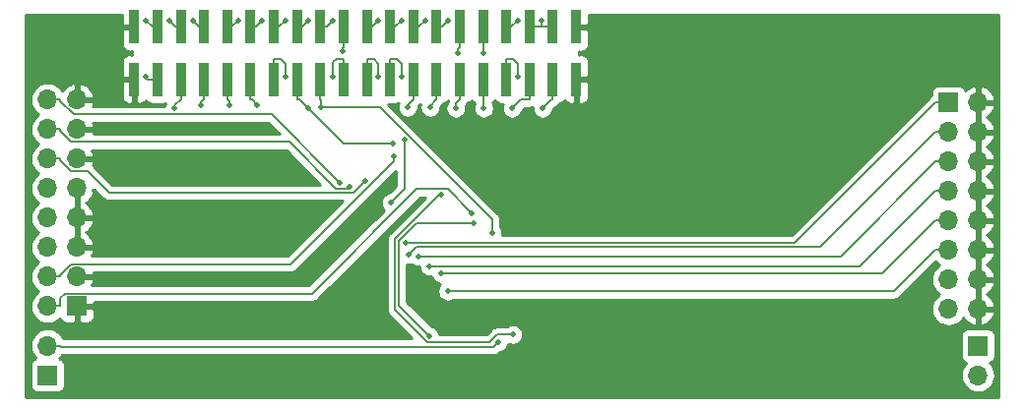
<source format=gbr>
G04 #@! TF.GenerationSoftware,KiCad,Pcbnew,5.1.2-1.fc30*
G04 #@! TF.CreationDate,2019-05-22T10:25:12+05:30*
G04 #@! TF.ProjectId,sx1509,73783135-3039-42e6-9b69-6361645f7063,v0.1*
G04 #@! TF.SameCoordinates,Original*
G04 #@! TF.FileFunction,Copper,L2,Bot*
G04 #@! TF.FilePolarity,Positive*
%FSLAX46Y46*%
G04 Gerber Fmt 4.6, Leading zero omitted, Abs format (unit mm)*
G04 Created by KiCad (PCBNEW 5.1.2-1.fc30) date 2019-05-22 10:25:12*
%MOMM*%
%LPD*%
G04 APERTURE LIST*
%ADD10R,0.890000X3.000000*%
%ADD11R,1.700000X1.700000*%
%ADD12O,1.700000X1.700000*%
%ADD13C,0.500000*%
%ADD14C,0.150000*%
%ADD15C,0.254000*%
G04 APERTURE END LIST*
D10*
X148000000Y-106250000D03*
X146000000Y-106250000D03*
X144000000Y-106250000D03*
X142000000Y-106250000D03*
X140000000Y-106250000D03*
X138000000Y-106250000D03*
X136000000Y-106250000D03*
X134000000Y-106250000D03*
X132000000Y-106250000D03*
X130000000Y-106250000D03*
X128000000Y-106250000D03*
X126000000Y-106250000D03*
X124000000Y-106250000D03*
X122000000Y-106250000D03*
X120000000Y-106250000D03*
X118000000Y-106250000D03*
X116000000Y-106250000D03*
X114000000Y-106250000D03*
X112000000Y-106250000D03*
X148000000Y-101750000D03*
X146000000Y-101750000D03*
X144000000Y-101750000D03*
X142000000Y-101750000D03*
X140000000Y-101750000D03*
X138000000Y-101750000D03*
X136000000Y-101750000D03*
X134000000Y-101750000D03*
X132000000Y-101750000D03*
X130000000Y-101750000D03*
X128000000Y-101750000D03*
X126000000Y-101750000D03*
X124000000Y-101750000D03*
X122000000Y-101750000D03*
X120000000Y-101750000D03*
X118000000Y-101750000D03*
X116000000Y-101750000D03*
X114000000Y-101750000D03*
X112000000Y-101750000D03*
X110000000Y-101750000D03*
X110000000Y-106250000D03*
D11*
X182550000Y-129210000D03*
D12*
X182550000Y-131750000D03*
X102540000Y-129210000D03*
D11*
X102540000Y-131750000D03*
D12*
X102540000Y-108026000D03*
X105080000Y-108026000D03*
X102540000Y-110566000D03*
X105080000Y-110566000D03*
X102540000Y-113106000D03*
X105080000Y-113106000D03*
X102540000Y-115646000D03*
X105080000Y-115646000D03*
X102540000Y-118186000D03*
X105080000Y-118186000D03*
X102540000Y-120726000D03*
X105080000Y-120726000D03*
X102540000Y-123266000D03*
X105080000Y-123266000D03*
X102540000Y-125806000D03*
D11*
X105080000Y-125806000D03*
X180010000Y-108255000D03*
D12*
X182550000Y-108255000D03*
X180010000Y-110795000D03*
X182550000Y-110795000D03*
X180010000Y-113335000D03*
X182550000Y-113335000D03*
X180010000Y-115875000D03*
X182550000Y-115875000D03*
X180010000Y-118415000D03*
X182550000Y-118415000D03*
X180010000Y-120955000D03*
X182550000Y-120955000D03*
X180010000Y-123495000D03*
X182550000Y-123495000D03*
X180010000Y-126035000D03*
X182550000Y-126035000D03*
D13*
X142500300Y-108752000D03*
X145113400Y-108752000D03*
X132230900Y-111788000D03*
X124991100Y-108752000D03*
X126066500Y-108644700D03*
X140757000Y-119484000D03*
X127116200Y-106058600D03*
X130995500Y-106058600D03*
X111000000Y-101186600D03*
X113000000Y-101186600D03*
X145000000Y-101186600D03*
X133000000Y-101186600D03*
X133000000Y-106048500D03*
X115030400Y-101186600D03*
X118909700Y-101186600D03*
X121000000Y-101186600D03*
X123000000Y-101186600D03*
X125000000Y-101186600D03*
X127116200Y-101186600D03*
X127894500Y-103839800D03*
X130995500Y-101186600D03*
X135000000Y-101186600D03*
X137000000Y-101186600D03*
X137799700Y-103965400D03*
X140066000Y-104000000D03*
X143000000Y-101186600D03*
X120591600Y-108485500D03*
X123000000Y-106058600D03*
X133525100Y-108690600D03*
X135429800Y-108690600D03*
X137646900Y-108752000D03*
X140066000Y-108752000D03*
X143000000Y-106058600D03*
X111000000Y-106058600D03*
X113475400Y-108752000D03*
X115723000Y-108485500D03*
X118157300Y-108485500D03*
X127688700Y-115166900D03*
X128519500Y-115533100D03*
X129886500Y-114972500D03*
X132344200Y-112929000D03*
X139042900Y-117784800D03*
X136949000Y-124511000D03*
X136372400Y-122980900D03*
X135405800Y-122376300D03*
X134410100Y-121492600D03*
X133634100Y-121350600D03*
X133319100Y-120379200D03*
X136361000Y-116222700D03*
X142554200Y-128251600D03*
X141289100Y-128901500D03*
X139205900Y-118674900D03*
X135379900Y-128368000D03*
X132087700Y-116860900D03*
X133217500Y-111461400D03*
D14*
X144000000Y-106250000D02*
X144000000Y-107995300D01*
X144000000Y-107995300D02*
X143257000Y-107995300D01*
X143257000Y-107995300D02*
X142500300Y-108752000D01*
X146000000Y-106250000D02*
X146000000Y-107995300D01*
X146000000Y-107995300D02*
X145870100Y-107995300D01*
X145870100Y-107995300D02*
X145113400Y-108752000D01*
X124991100Y-108752000D02*
X128027100Y-111788000D01*
X128027100Y-111788000D02*
X132230900Y-111788000D01*
X124000000Y-107995300D02*
X124234400Y-107995300D01*
X124234400Y-107995300D02*
X124991100Y-108752000D01*
X124000000Y-106250000D02*
X124000000Y-107995300D01*
X140757000Y-119484000D02*
X140757000Y-118291300D01*
X140757000Y-118291300D02*
X131110400Y-108644700D01*
X131110400Y-108644700D02*
X126066500Y-108644700D01*
X126066500Y-108644700D02*
X126066500Y-108061800D01*
X126066500Y-108061800D02*
X126000000Y-107995300D01*
X126000000Y-106250000D02*
X126000000Y-107995300D01*
X128000000Y-106250000D02*
X128000000Y-104504700D01*
X128000000Y-104504700D02*
X127394100Y-104504700D01*
X127394100Y-104504700D02*
X127116300Y-104782500D01*
X127116300Y-104782500D02*
X127116300Y-106058600D01*
X127116300Y-106058600D02*
X127116200Y-106058600D01*
X130000000Y-106250000D02*
X130000000Y-104504700D01*
X130000000Y-104504700D02*
X130603100Y-104504700D01*
X130603100Y-104504700D02*
X130995400Y-104897000D01*
X130995400Y-104897000D02*
X130995400Y-106058600D01*
X130995400Y-106058600D02*
X130995500Y-106058600D01*
X112000000Y-101750000D02*
X111563400Y-101750000D01*
X111563400Y-101750000D02*
X111000000Y-101186600D01*
X114000000Y-101750000D02*
X113563400Y-101750000D01*
X113563400Y-101750000D02*
X113000000Y-101186600D01*
X145000000Y-101750000D02*
X146000000Y-101750000D01*
X144000000Y-101750000D02*
X145000000Y-101750000D01*
X145000000Y-101750000D02*
X145000000Y-101186600D01*
X132000000Y-101750000D02*
X132436600Y-101750000D01*
X132436600Y-101750000D02*
X133000000Y-101186600D01*
X132000000Y-106250000D02*
X132000000Y-104504700D01*
X132000000Y-104504700D02*
X132598900Y-104504700D01*
X132598900Y-104504700D02*
X132999900Y-104905700D01*
X132999900Y-104905700D02*
X132999900Y-106048500D01*
X132999900Y-106048500D02*
X133000000Y-106048500D01*
X116000000Y-101750000D02*
X115593800Y-101750000D01*
X115593800Y-101750000D02*
X115030400Y-101186600D01*
X118000000Y-101750000D02*
X118346300Y-101750000D01*
X118346300Y-101750000D02*
X118909700Y-101186600D01*
X120000000Y-101750000D02*
X120436600Y-101750000D01*
X120436600Y-101750000D02*
X121000000Y-101186600D01*
X122000000Y-101750000D02*
X122436600Y-101750000D01*
X122436600Y-101750000D02*
X123000000Y-101186600D01*
X124000000Y-101750000D02*
X124436600Y-101750000D01*
X124436600Y-101750000D02*
X125000000Y-101186600D01*
X126000000Y-101750000D02*
X126552800Y-101750000D01*
X126552800Y-101750000D02*
X127116200Y-101186600D01*
X128000000Y-101750000D02*
X128000000Y-103495300D01*
X128000000Y-103495300D02*
X127894500Y-103600800D01*
X127894500Y-103600800D02*
X127894500Y-103839800D01*
X130000000Y-101750000D02*
X130432100Y-101750000D01*
X130432100Y-101750000D02*
X130995500Y-101186600D01*
X134000000Y-101750000D02*
X134436600Y-101750000D01*
X134436600Y-101750000D02*
X135000000Y-101186600D01*
X136000000Y-101750000D02*
X136436600Y-101750000D01*
X136436600Y-101750000D02*
X137000000Y-101186600D01*
X138000000Y-101750000D02*
X138000000Y-103495300D01*
X138000000Y-103495300D02*
X137799700Y-103695600D01*
X137799700Y-103695600D02*
X137799700Y-103965400D01*
X140000000Y-101750000D02*
X140000000Y-103495300D01*
X140000000Y-103495300D02*
X140066000Y-103561300D01*
X140066000Y-103561300D02*
X140066000Y-104000000D01*
X142000000Y-101750000D02*
X142436600Y-101750000D01*
X142436600Y-101750000D02*
X143000000Y-101186600D01*
X120000000Y-106250000D02*
X120000000Y-107995300D01*
X120000000Y-107995300D02*
X120101400Y-107995300D01*
X120101400Y-107995300D02*
X120591600Y-108485500D01*
X122000000Y-106250000D02*
X122000000Y-104504700D01*
X122000000Y-104504700D02*
X122606500Y-104504700D01*
X122606500Y-104504700D02*
X122999900Y-104898100D01*
X122999900Y-104898100D02*
X122999900Y-106058600D01*
X122999900Y-106058600D02*
X123000000Y-106058600D01*
X134000000Y-106250000D02*
X134000000Y-107995300D01*
X134000000Y-107995300D02*
X133525100Y-108470200D01*
X133525100Y-108470200D02*
X133525100Y-108690600D01*
X136000000Y-106250000D02*
X136000000Y-107995300D01*
X136000000Y-107995300D02*
X135429800Y-108565500D01*
X135429800Y-108565500D02*
X135429800Y-108690600D01*
X138000000Y-106250000D02*
X138000000Y-107995300D01*
X138000000Y-107995300D02*
X137646900Y-108348400D01*
X137646900Y-108348400D02*
X137646900Y-108752000D01*
X140000000Y-106250000D02*
X140000000Y-107995300D01*
X140000000Y-107995300D02*
X140066000Y-108061300D01*
X140066000Y-108061300D02*
X140066000Y-108752000D01*
X142000000Y-106250000D02*
X142000000Y-104504700D01*
X142000000Y-104504700D02*
X142606500Y-104504700D01*
X142606500Y-104504700D02*
X142999900Y-104898100D01*
X142999900Y-104898100D02*
X142999900Y-106058600D01*
X142999900Y-106058600D02*
X143000000Y-106058600D01*
X112000000Y-106250000D02*
X111191400Y-106250000D01*
X111191400Y-106250000D02*
X111000000Y-106058600D01*
X114000000Y-106250000D02*
X114000000Y-107995300D01*
X114000000Y-107995300D02*
X113475400Y-108519900D01*
X113475400Y-108519900D02*
X113475400Y-108752000D01*
X116000000Y-106250000D02*
X116000000Y-107995300D01*
X116000000Y-107995300D02*
X115723000Y-108272300D01*
X115723000Y-108272300D02*
X115723000Y-108485500D01*
X118000000Y-106250000D02*
X118000000Y-107995300D01*
X118000000Y-107995300D02*
X118157300Y-108152600D01*
X118157300Y-108152600D02*
X118157300Y-108485500D01*
X102540000Y-108026000D02*
X103635300Y-108026000D01*
X103635300Y-108026000D02*
X103635300Y-108162900D01*
X103635300Y-108162900D02*
X104768400Y-109296000D01*
X104768400Y-109296000D02*
X121817800Y-109296000D01*
X121817800Y-109296000D02*
X127688700Y-115166900D01*
X102540000Y-110566000D02*
X103635300Y-110566000D01*
X103635300Y-110566000D02*
X103635300Y-110703000D01*
X103635300Y-110703000D02*
X104593600Y-111661300D01*
X104593600Y-111661300D02*
X123352600Y-111661300D01*
X123352600Y-111661300D02*
X127353600Y-115662300D01*
X127353600Y-115662300D02*
X128390300Y-115662300D01*
X128390300Y-115662300D02*
X128519500Y-115533100D01*
X102540000Y-113106000D02*
X103635300Y-113106000D01*
X103635300Y-113106000D02*
X103635300Y-113243000D01*
X103635300Y-113243000D02*
X104593600Y-114201300D01*
X104593600Y-114201300D02*
X106000700Y-114201300D01*
X106000700Y-114201300D02*
X107832700Y-116033300D01*
X107832700Y-116033300D02*
X128825700Y-116033300D01*
X128825700Y-116033300D02*
X129886500Y-114972500D01*
X102540000Y-123266000D02*
X103635300Y-123266000D01*
X103635300Y-123266000D02*
X103635300Y-123129000D01*
X103635300Y-123129000D02*
X104593600Y-122170700D01*
X104593600Y-122170700D02*
X123472200Y-122170700D01*
X123472200Y-122170700D02*
X132344200Y-113298700D01*
X132344200Y-113298700D02*
X132344200Y-112929000D01*
X139042900Y-117784800D02*
X136971000Y-115712900D01*
X136971000Y-115712900D02*
X134288800Y-115712900D01*
X134288800Y-115712900D02*
X125291000Y-124710700D01*
X125291000Y-124710700D02*
X104046000Y-124710700D01*
X104046000Y-124710700D02*
X103635300Y-125121400D01*
X103635300Y-125121400D02*
X103635300Y-125806000D01*
X102540000Y-125806000D02*
X103635300Y-125806000D01*
X180010000Y-120955000D02*
X178914700Y-120955000D01*
X136949000Y-124511000D02*
X175358700Y-124511000D01*
X175358700Y-124511000D02*
X178914700Y-120955000D01*
X178914700Y-118415000D02*
X174348900Y-122980800D01*
X174348900Y-122980800D02*
X136372400Y-122980800D01*
X136372400Y-122980800D02*
X136372400Y-122980900D01*
X180010000Y-118415000D02*
X178914700Y-118415000D01*
X180010000Y-115875000D02*
X178914700Y-115875000D01*
X178914700Y-115875000D02*
X172413400Y-122376300D01*
X172413400Y-122376300D02*
X135405800Y-122376300D01*
X180010000Y-113335000D02*
X178914700Y-113335000D01*
X178914700Y-113335000D02*
X170757100Y-121492600D01*
X170757100Y-121492600D02*
X134410100Y-121492600D01*
X180010000Y-110795000D02*
X178914700Y-110795000D01*
X178914700Y-110795000D02*
X169010100Y-120699600D01*
X169010100Y-120699600D02*
X134285100Y-120699600D01*
X134285100Y-120699600D02*
X133634100Y-121350600D01*
X180010000Y-108255000D02*
X178914700Y-108255000D01*
X178914700Y-108255000D02*
X166790500Y-120379200D01*
X166790500Y-120379200D02*
X133319100Y-120379200D01*
X142554200Y-128251600D02*
X141238700Y-128251600D01*
X141238700Y-128251600D02*
X140563200Y-128927100D01*
X140563200Y-128927100D02*
X135227700Y-128927100D01*
X135227700Y-128927100D02*
X132438200Y-126137600D01*
X132438200Y-126137600D02*
X132438200Y-120007600D01*
X132438200Y-120007600D02*
X136223100Y-116222700D01*
X136223100Y-116222700D02*
X136361000Y-116222700D01*
X102540000Y-129210000D02*
X103635300Y-129210000D01*
X141289100Y-128901500D02*
X140890300Y-129300300D01*
X140890300Y-129300300D02*
X103725600Y-129300300D01*
X103725600Y-129300300D02*
X103635300Y-129210000D01*
X135379900Y-128368000D02*
X132759400Y-125747500D01*
X132759400Y-125747500D02*
X132759400Y-120162400D01*
X132759400Y-120162400D02*
X134246900Y-118674900D01*
X134246900Y-118674900D02*
X139205900Y-118674900D01*
X133217500Y-111461400D02*
X133217500Y-115731100D01*
X133217500Y-115731100D02*
X132087700Y-116860900D01*
D15*
G36*
X108920000Y-101464250D02*
G01*
X109078750Y-101623000D01*
X109873000Y-101623000D01*
X109873000Y-101603000D01*
X110127000Y-101603000D01*
X110127000Y-101623000D01*
X110147000Y-101623000D01*
X110147000Y-101877000D01*
X110127000Y-101877000D01*
X110127000Y-101897000D01*
X109873000Y-101897000D01*
X109873000Y-101877000D01*
X109078750Y-101877000D01*
X108920000Y-102035750D01*
X108916928Y-103250000D01*
X108929188Y-103374482D01*
X108965498Y-103494180D01*
X109024463Y-103604494D01*
X109103815Y-103701185D01*
X109200506Y-103780537D01*
X109310820Y-103839502D01*
X109430518Y-103875812D01*
X109555000Y-103888072D01*
X109714250Y-103885000D01*
X109775953Y-103823297D01*
X109765000Y-103878363D01*
X109765000Y-104121637D01*
X109775953Y-104176703D01*
X109714250Y-104115000D01*
X109555000Y-104111928D01*
X109430518Y-104124188D01*
X109310820Y-104160498D01*
X109200506Y-104219463D01*
X109103815Y-104298815D01*
X109024463Y-104395506D01*
X108965498Y-104505820D01*
X108929188Y-104625518D01*
X108916928Y-104750000D01*
X108920000Y-105964250D01*
X109078750Y-106123000D01*
X109873000Y-106123000D01*
X109873000Y-106103000D01*
X110115000Y-106103000D01*
X110115000Y-106145765D01*
X110147000Y-106306640D01*
X110147000Y-106377000D01*
X110127000Y-106377000D01*
X110127000Y-108226250D01*
X110285750Y-108385000D01*
X110445000Y-108388072D01*
X110569482Y-108375812D01*
X110689180Y-108339502D01*
X110799494Y-108280537D01*
X110896185Y-108201185D01*
X110975537Y-108104494D01*
X111000000Y-108058728D01*
X111024463Y-108104494D01*
X111103815Y-108201185D01*
X111200506Y-108280537D01*
X111310820Y-108339502D01*
X111430518Y-108375812D01*
X111555000Y-108388072D01*
X112445000Y-108388072D01*
X112569482Y-108375812D01*
X112688225Y-108339792D01*
X112624410Y-108493855D01*
X112606081Y-108586000D01*
X106450199Y-108586000D01*
X106476825Y-108530099D01*
X106521476Y-108382890D01*
X106400155Y-108153000D01*
X105207000Y-108153000D01*
X105207000Y-108173000D01*
X104953000Y-108173000D01*
X104953000Y-108153000D01*
X104933000Y-108153000D01*
X104933000Y-107899000D01*
X104953000Y-107899000D01*
X104953000Y-106705186D01*
X105207000Y-106705186D01*
X105207000Y-107899000D01*
X106400155Y-107899000D01*
X106478787Y-107750000D01*
X108916928Y-107750000D01*
X108929188Y-107874482D01*
X108965498Y-107994180D01*
X109024463Y-108104494D01*
X109103815Y-108201185D01*
X109200506Y-108280537D01*
X109310820Y-108339502D01*
X109430518Y-108375812D01*
X109555000Y-108388072D01*
X109714250Y-108385000D01*
X109873000Y-108226250D01*
X109873000Y-106377000D01*
X109078750Y-106377000D01*
X108920000Y-106535750D01*
X108916928Y-107750000D01*
X106478787Y-107750000D01*
X106521476Y-107669110D01*
X106476825Y-107521901D01*
X106351641Y-107259080D01*
X106177588Y-107025731D01*
X105961355Y-106830822D01*
X105711252Y-106681843D01*
X105436891Y-106584519D01*
X105207000Y-106705186D01*
X104953000Y-106705186D01*
X104723109Y-106584519D01*
X104448748Y-106681843D01*
X104198645Y-106830822D01*
X103982412Y-107025731D01*
X103811584Y-107254756D01*
X103780706Y-107196986D01*
X103595134Y-106970866D01*
X103369014Y-106785294D01*
X103111034Y-106647401D01*
X102831111Y-106562487D01*
X102612950Y-106541000D01*
X102467050Y-106541000D01*
X102248889Y-106562487D01*
X101968966Y-106647401D01*
X101710986Y-106785294D01*
X101484866Y-106970866D01*
X101299294Y-107196986D01*
X101161401Y-107454966D01*
X101076487Y-107734889D01*
X101047815Y-108026000D01*
X101076487Y-108317111D01*
X101161401Y-108597034D01*
X101299294Y-108855014D01*
X101484866Y-109081134D01*
X101710986Y-109266706D01*
X101765791Y-109296000D01*
X101710986Y-109325294D01*
X101484866Y-109510866D01*
X101299294Y-109736986D01*
X101161401Y-109994966D01*
X101076487Y-110274889D01*
X101047815Y-110566000D01*
X101076487Y-110857111D01*
X101161401Y-111137034D01*
X101299294Y-111395014D01*
X101484866Y-111621134D01*
X101710986Y-111806706D01*
X101765791Y-111836000D01*
X101710986Y-111865294D01*
X101484866Y-112050866D01*
X101299294Y-112276986D01*
X101161401Y-112534966D01*
X101076487Y-112814889D01*
X101047815Y-113106000D01*
X101076487Y-113397111D01*
X101161401Y-113677034D01*
X101299294Y-113935014D01*
X101484866Y-114161134D01*
X101710986Y-114346706D01*
X101765791Y-114376000D01*
X101710986Y-114405294D01*
X101484866Y-114590866D01*
X101299294Y-114816986D01*
X101161401Y-115074966D01*
X101076487Y-115354889D01*
X101047815Y-115646000D01*
X101076487Y-115937111D01*
X101161401Y-116217034D01*
X101299294Y-116475014D01*
X101484866Y-116701134D01*
X101710986Y-116886706D01*
X101765791Y-116916000D01*
X101710986Y-116945294D01*
X101484866Y-117130866D01*
X101299294Y-117356986D01*
X101161401Y-117614966D01*
X101076487Y-117894889D01*
X101047815Y-118186000D01*
X101076487Y-118477111D01*
X101161401Y-118757034D01*
X101299294Y-119015014D01*
X101484866Y-119241134D01*
X101710986Y-119426706D01*
X101765791Y-119456000D01*
X101710986Y-119485294D01*
X101484866Y-119670866D01*
X101299294Y-119896986D01*
X101161401Y-120154966D01*
X101076487Y-120434889D01*
X101047815Y-120726000D01*
X101076487Y-121017111D01*
X101161401Y-121297034D01*
X101299294Y-121555014D01*
X101484866Y-121781134D01*
X101710986Y-121966706D01*
X101765791Y-121996000D01*
X101710986Y-122025294D01*
X101484866Y-122210866D01*
X101299294Y-122436986D01*
X101161401Y-122694966D01*
X101076487Y-122974889D01*
X101047815Y-123266000D01*
X101076487Y-123557111D01*
X101161401Y-123837034D01*
X101299294Y-124095014D01*
X101484866Y-124321134D01*
X101710986Y-124506706D01*
X101765791Y-124536000D01*
X101710986Y-124565294D01*
X101484866Y-124750866D01*
X101299294Y-124976986D01*
X101161401Y-125234966D01*
X101076487Y-125514889D01*
X101047815Y-125806000D01*
X101076487Y-126097111D01*
X101161401Y-126377034D01*
X101299294Y-126635014D01*
X101484866Y-126861134D01*
X101710986Y-127046706D01*
X101968966Y-127184599D01*
X102248889Y-127269513D01*
X102467050Y-127291000D01*
X102612950Y-127291000D01*
X102831111Y-127269513D01*
X103111034Y-127184599D01*
X103369014Y-127046706D01*
X103595134Y-126861134D01*
X103619607Y-126831313D01*
X103640498Y-126900180D01*
X103699463Y-127010494D01*
X103778815Y-127107185D01*
X103875506Y-127186537D01*
X103985820Y-127245502D01*
X104105518Y-127281812D01*
X104230000Y-127294072D01*
X104794250Y-127291000D01*
X104953000Y-127132250D01*
X104953000Y-125933000D01*
X105207000Y-125933000D01*
X105207000Y-127132250D01*
X105365750Y-127291000D01*
X105930000Y-127294072D01*
X106054482Y-127281812D01*
X106174180Y-127245502D01*
X106284494Y-127186537D01*
X106381185Y-127107185D01*
X106460537Y-127010494D01*
X106519502Y-126900180D01*
X106555812Y-126780482D01*
X106568072Y-126656000D01*
X106565000Y-126091750D01*
X106406250Y-125933000D01*
X105207000Y-125933000D01*
X104953000Y-125933000D01*
X104933000Y-125933000D01*
X104933000Y-125679000D01*
X104953000Y-125679000D01*
X104953000Y-125659000D01*
X105207000Y-125659000D01*
X105207000Y-125679000D01*
X106406250Y-125679000D01*
X106565000Y-125520250D01*
X106565542Y-125420700D01*
X125256125Y-125420700D01*
X125291000Y-125424135D01*
X125325875Y-125420700D01*
X125325877Y-125420700D01*
X125430184Y-125410427D01*
X125564020Y-125369828D01*
X125687363Y-125303900D01*
X125795475Y-125215175D01*
X125817712Y-125188079D01*
X134582891Y-116422900D01*
X135018809Y-116422900D01*
X131960817Y-119480892D01*
X131933726Y-119503125D01*
X131911493Y-119530216D01*
X131845001Y-119611237D01*
X131779072Y-119734581D01*
X131738474Y-119868416D01*
X131724765Y-120007600D01*
X131728201Y-120042485D01*
X131728200Y-126102725D01*
X131724765Y-126137600D01*
X131728200Y-126172475D01*
X131728200Y-126172476D01*
X131738473Y-126276783D01*
X131779072Y-126410619D01*
X131845000Y-126533962D01*
X131933725Y-126642074D01*
X131960817Y-126664308D01*
X133886809Y-128590300D01*
X103982085Y-128590300D01*
X103908320Y-128550872D01*
X103864389Y-128537545D01*
X103780706Y-128380986D01*
X103595134Y-128154866D01*
X103369014Y-127969294D01*
X103111034Y-127831401D01*
X102831111Y-127746487D01*
X102612950Y-127725000D01*
X102467050Y-127725000D01*
X102248889Y-127746487D01*
X101968966Y-127831401D01*
X101710986Y-127969294D01*
X101484866Y-128154866D01*
X101299294Y-128380986D01*
X101161401Y-128638966D01*
X101076487Y-128918889D01*
X101047815Y-129210000D01*
X101076487Y-129501111D01*
X101161401Y-129781034D01*
X101299294Y-130039014D01*
X101484866Y-130265134D01*
X101514687Y-130289607D01*
X101445820Y-130310498D01*
X101335506Y-130369463D01*
X101238815Y-130448815D01*
X101159463Y-130545506D01*
X101100498Y-130655820D01*
X101064188Y-130775518D01*
X101051928Y-130900000D01*
X101051928Y-132600000D01*
X101064188Y-132724482D01*
X101100498Y-132844180D01*
X101159463Y-132954494D01*
X101238815Y-133051185D01*
X101335506Y-133130537D01*
X101445820Y-133189502D01*
X101565518Y-133225812D01*
X101690000Y-133238072D01*
X103390000Y-133238072D01*
X103514482Y-133225812D01*
X103634180Y-133189502D01*
X103744494Y-133130537D01*
X103841185Y-133051185D01*
X103920537Y-132954494D01*
X103979502Y-132844180D01*
X104015812Y-132724482D01*
X104028072Y-132600000D01*
X104028072Y-131750000D01*
X181057815Y-131750000D01*
X181086487Y-132041111D01*
X181171401Y-132321034D01*
X181309294Y-132579014D01*
X181494866Y-132805134D01*
X181720986Y-132990706D01*
X181978966Y-133128599D01*
X182258889Y-133213513D01*
X182477050Y-133235000D01*
X182622950Y-133235000D01*
X182841111Y-133213513D01*
X183121034Y-133128599D01*
X183379014Y-132990706D01*
X183605134Y-132805134D01*
X183790706Y-132579014D01*
X183928599Y-132321034D01*
X184013513Y-132041111D01*
X184042185Y-131750000D01*
X184013513Y-131458889D01*
X183928599Y-131178966D01*
X183790706Y-130920986D01*
X183605134Y-130694866D01*
X183575313Y-130670393D01*
X183644180Y-130649502D01*
X183754494Y-130590537D01*
X183851185Y-130511185D01*
X183930537Y-130414494D01*
X183989502Y-130304180D01*
X184025812Y-130184482D01*
X184038072Y-130060000D01*
X184038072Y-128360000D01*
X184025812Y-128235518D01*
X183989502Y-128115820D01*
X183930537Y-128005506D01*
X183851185Y-127908815D01*
X183754494Y-127829463D01*
X183644180Y-127770498D01*
X183524482Y-127734188D01*
X183400000Y-127721928D01*
X181700000Y-127721928D01*
X181575518Y-127734188D01*
X181455820Y-127770498D01*
X181345506Y-127829463D01*
X181248815Y-127908815D01*
X181169463Y-128005506D01*
X181110498Y-128115820D01*
X181074188Y-128235518D01*
X181061928Y-128360000D01*
X181061928Y-130060000D01*
X181074188Y-130184482D01*
X181110498Y-130304180D01*
X181169463Y-130414494D01*
X181248815Y-130511185D01*
X181345506Y-130590537D01*
X181455820Y-130649502D01*
X181524687Y-130670393D01*
X181494866Y-130694866D01*
X181309294Y-130920986D01*
X181171401Y-131178966D01*
X181086487Y-131458889D01*
X181057815Y-131750000D01*
X104028072Y-131750000D01*
X104028072Y-130900000D01*
X104015812Y-130775518D01*
X103979502Y-130655820D01*
X103920537Y-130545506D01*
X103841185Y-130448815D01*
X103744494Y-130369463D01*
X103634180Y-130310498D01*
X103565313Y-130289607D01*
X103595134Y-130265134D01*
X103780706Y-130039014D01*
X103796054Y-130010300D01*
X140855425Y-130010300D01*
X140890300Y-130013735D01*
X140925175Y-130010300D01*
X140925177Y-130010300D01*
X141029484Y-130000027D01*
X141163320Y-129959428D01*
X141286663Y-129893500D01*
X141394775Y-129804775D01*
X141416310Y-129778535D01*
X141547245Y-129752490D01*
X141708305Y-129685777D01*
X141853255Y-129588924D01*
X141976524Y-129465655D01*
X142073377Y-129320705D01*
X142140090Y-129159645D01*
X142162447Y-129047248D01*
X142296055Y-129102590D01*
X142467035Y-129136600D01*
X142641365Y-129136600D01*
X142812345Y-129102590D01*
X142973405Y-129035877D01*
X143118355Y-128939024D01*
X143241624Y-128815755D01*
X143338477Y-128670805D01*
X143405190Y-128509745D01*
X143439200Y-128338765D01*
X143439200Y-128164435D01*
X143405190Y-127993455D01*
X143338477Y-127832395D01*
X143241624Y-127687445D01*
X143118355Y-127564176D01*
X142973405Y-127467323D01*
X142812345Y-127400610D01*
X142641365Y-127366600D01*
X142467035Y-127366600D01*
X142296055Y-127400610D01*
X142134995Y-127467323D01*
X142023832Y-127541600D01*
X141273574Y-127541600D01*
X141238699Y-127538165D01*
X141203824Y-127541600D01*
X141203823Y-127541600D01*
X141099516Y-127551873D01*
X140965680Y-127592472D01*
X140842337Y-127658400D01*
X140734225Y-127747125D01*
X140711992Y-127774216D01*
X140269109Y-128217100D01*
X136252222Y-128217100D01*
X136230890Y-128109855D01*
X136164177Y-127948795D01*
X136067324Y-127803845D01*
X135944055Y-127680576D01*
X135799105Y-127583723D01*
X135638045Y-127517010D01*
X135506918Y-127490927D01*
X133469400Y-125453409D01*
X133469400Y-122220177D01*
X133546935Y-122235600D01*
X133721265Y-122235600D01*
X133881438Y-122203740D01*
X133990895Y-122276877D01*
X134151955Y-122343590D01*
X134322935Y-122377600D01*
X134497265Y-122377600D01*
X134520800Y-122372919D01*
X134520800Y-122463465D01*
X134554810Y-122634445D01*
X134621523Y-122795505D01*
X134718376Y-122940455D01*
X134841645Y-123063724D01*
X134986595Y-123160577D01*
X135147655Y-123227290D01*
X135318635Y-123261300D01*
X135492965Y-123261300D01*
X135527761Y-123254379D01*
X135588123Y-123400105D01*
X135684976Y-123545055D01*
X135808245Y-123668324D01*
X135953195Y-123765177D01*
X136114255Y-123831890D01*
X136285235Y-123865900D01*
X136342521Y-123865900D01*
X136261576Y-123946845D01*
X136164723Y-124091795D01*
X136098010Y-124252855D01*
X136064000Y-124423835D01*
X136064000Y-124598165D01*
X136098010Y-124769145D01*
X136164723Y-124930205D01*
X136261576Y-125075155D01*
X136384845Y-125198424D01*
X136529795Y-125295277D01*
X136690855Y-125361990D01*
X136861835Y-125396000D01*
X137036165Y-125396000D01*
X137207145Y-125361990D01*
X137368205Y-125295277D01*
X137479368Y-125221000D01*
X175323825Y-125221000D01*
X175358700Y-125224435D01*
X175393575Y-125221000D01*
X175393577Y-125221000D01*
X175497884Y-125210727D01*
X175631720Y-125170128D01*
X175755063Y-125104200D01*
X175863175Y-125015475D01*
X175885412Y-124988379D01*
X178913754Y-121960038D01*
X178954866Y-122010134D01*
X179180986Y-122195706D01*
X179235791Y-122225000D01*
X179180986Y-122254294D01*
X178954866Y-122439866D01*
X178769294Y-122665986D01*
X178631401Y-122923966D01*
X178546487Y-123203889D01*
X178517815Y-123495000D01*
X178546487Y-123786111D01*
X178631401Y-124066034D01*
X178769294Y-124324014D01*
X178954866Y-124550134D01*
X179180986Y-124735706D01*
X179235791Y-124765000D01*
X179180986Y-124794294D01*
X178954866Y-124979866D01*
X178769294Y-125205986D01*
X178631401Y-125463966D01*
X178546487Y-125743889D01*
X178517815Y-126035000D01*
X178546487Y-126326111D01*
X178631401Y-126606034D01*
X178769294Y-126864014D01*
X178954866Y-127090134D01*
X179180986Y-127275706D01*
X179438966Y-127413599D01*
X179718889Y-127498513D01*
X179937050Y-127520000D01*
X180082950Y-127520000D01*
X180301111Y-127498513D01*
X180581034Y-127413599D01*
X180839014Y-127275706D01*
X181065134Y-127090134D01*
X181250706Y-126864014D01*
X181281584Y-126806244D01*
X181452412Y-127035269D01*
X181668645Y-127230178D01*
X181918748Y-127379157D01*
X182193109Y-127476481D01*
X182423000Y-127355814D01*
X182423000Y-126162000D01*
X182677000Y-126162000D01*
X182677000Y-127355814D01*
X182906891Y-127476481D01*
X183181252Y-127379157D01*
X183431355Y-127230178D01*
X183647588Y-127035269D01*
X183821641Y-126801920D01*
X183946825Y-126539099D01*
X183991476Y-126391890D01*
X183870155Y-126162000D01*
X182677000Y-126162000D01*
X182423000Y-126162000D01*
X182403000Y-126162000D01*
X182403000Y-125908000D01*
X182423000Y-125908000D01*
X182423000Y-123622000D01*
X182677000Y-123622000D01*
X182677000Y-125908000D01*
X183870155Y-125908000D01*
X183991476Y-125678110D01*
X183946825Y-125530901D01*
X183821641Y-125268080D01*
X183647588Y-125034731D01*
X183431355Y-124839822D01*
X183305745Y-124765000D01*
X183431355Y-124690178D01*
X183647588Y-124495269D01*
X183821641Y-124261920D01*
X183946825Y-123999099D01*
X183991476Y-123851890D01*
X183870155Y-123622000D01*
X182677000Y-123622000D01*
X182423000Y-123622000D01*
X182403000Y-123622000D01*
X182403000Y-123368000D01*
X182423000Y-123368000D01*
X182423000Y-121082000D01*
X182677000Y-121082000D01*
X182677000Y-123368000D01*
X183870155Y-123368000D01*
X183991476Y-123138110D01*
X183946825Y-122990901D01*
X183821641Y-122728080D01*
X183647588Y-122494731D01*
X183431355Y-122299822D01*
X183305745Y-122225000D01*
X183431355Y-122150178D01*
X183647588Y-121955269D01*
X183821641Y-121721920D01*
X183946825Y-121459099D01*
X183991476Y-121311890D01*
X183870155Y-121082000D01*
X182677000Y-121082000D01*
X182423000Y-121082000D01*
X182403000Y-121082000D01*
X182403000Y-120828000D01*
X182423000Y-120828000D01*
X182423000Y-118542000D01*
X182677000Y-118542000D01*
X182677000Y-120828000D01*
X183870155Y-120828000D01*
X183991476Y-120598110D01*
X183946825Y-120450901D01*
X183821641Y-120188080D01*
X183647588Y-119954731D01*
X183431355Y-119759822D01*
X183305745Y-119685000D01*
X183431355Y-119610178D01*
X183647588Y-119415269D01*
X183821641Y-119181920D01*
X183946825Y-118919099D01*
X183991476Y-118771890D01*
X183870155Y-118542000D01*
X182677000Y-118542000D01*
X182423000Y-118542000D01*
X182403000Y-118542000D01*
X182403000Y-118288000D01*
X182423000Y-118288000D01*
X182423000Y-116002000D01*
X182677000Y-116002000D01*
X182677000Y-118288000D01*
X183870155Y-118288000D01*
X183991476Y-118058110D01*
X183946825Y-117910901D01*
X183821641Y-117648080D01*
X183647588Y-117414731D01*
X183431355Y-117219822D01*
X183305745Y-117145000D01*
X183431355Y-117070178D01*
X183647588Y-116875269D01*
X183821641Y-116641920D01*
X183946825Y-116379099D01*
X183991476Y-116231890D01*
X183870155Y-116002000D01*
X182677000Y-116002000D01*
X182423000Y-116002000D01*
X182403000Y-116002000D01*
X182403000Y-115748000D01*
X182423000Y-115748000D01*
X182423000Y-113462000D01*
X182677000Y-113462000D01*
X182677000Y-115748000D01*
X183870155Y-115748000D01*
X183991476Y-115518110D01*
X183946825Y-115370901D01*
X183821641Y-115108080D01*
X183647588Y-114874731D01*
X183431355Y-114679822D01*
X183305745Y-114605000D01*
X183431355Y-114530178D01*
X183647588Y-114335269D01*
X183821641Y-114101920D01*
X183946825Y-113839099D01*
X183991476Y-113691890D01*
X183870155Y-113462000D01*
X182677000Y-113462000D01*
X182423000Y-113462000D01*
X182403000Y-113462000D01*
X182403000Y-113208000D01*
X182423000Y-113208000D01*
X182423000Y-110922000D01*
X182677000Y-110922000D01*
X182677000Y-113208000D01*
X183870155Y-113208000D01*
X183991476Y-112978110D01*
X183946825Y-112830901D01*
X183821641Y-112568080D01*
X183647588Y-112334731D01*
X183431355Y-112139822D01*
X183305745Y-112065000D01*
X183431355Y-111990178D01*
X183647588Y-111795269D01*
X183821641Y-111561920D01*
X183946825Y-111299099D01*
X183991476Y-111151890D01*
X183870155Y-110922000D01*
X182677000Y-110922000D01*
X182423000Y-110922000D01*
X182403000Y-110922000D01*
X182403000Y-110668000D01*
X182423000Y-110668000D01*
X182423000Y-108382000D01*
X182677000Y-108382000D01*
X182677000Y-110668000D01*
X183870155Y-110668000D01*
X183991476Y-110438110D01*
X183946825Y-110290901D01*
X183821641Y-110028080D01*
X183647588Y-109794731D01*
X183431355Y-109599822D01*
X183305745Y-109525000D01*
X183431355Y-109450178D01*
X183647588Y-109255269D01*
X183821641Y-109021920D01*
X183946825Y-108759099D01*
X183991476Y-108611890D01*
X183870155Y-108382000D01*
X182677000Y-108382000D01*
X182423000Y-108382000D01*
X182403000Y-108382000D01*
X182403000Y-108128000D01*
X182423000Y-108128000D01*
X182423000Y-106934186D01*
X182677000Y-106934186D01*
X182677000Y-108128000D01*
X183870155Y-108128000D01*
X183991476Y-107898110D01*
X183946825Y-107750901D01*
X183821641Y-107488080D01*
X183647588Y-107254731D01*
X183431355Y-107059822D01*
X183181252Y-106910843D01*
X182906891Y-106813519D01*
X182677000Y-106934186D01*
X182423000Y-106934186D01*
X182193109Y-106813519D01*
X181918748Y-106910843D01*
X181668645Y-107059822D01*
X181472498Y-107236626D01*
X181449502Y-107160820D01*
X181390537Y-107050506D01*
X181311185Y-106953815D01*
X181214494Y-106874463D01*
X181104180Y-106815498D01*
X180984482Y-106779188D01*
X180860000Y-106766928D01*
X179160000Y-106766928D01*
X179035518Y-106779188D01*
X178915820Y-106815498D01*
X178805506Y-106874463D01*
X178708815Y-106953815D01*
X178629463Y-107050506D01*
X178570498Y-107160820D01*
X178534188Y-107280518D01*
X178521928Y-107405000D01*
X178521928Y-107659881D01*
X178518337Y-107661800D01*
X178410225Y-107750525D01*
X178387992Y-107777616D01*
X166496409Y-119669200D01*
X141622500Y-119669200D01*
X141642000Y-119571165D01*
X141642000Y-119396835D01*
X141607990Y-119225855D01*
X141541277Y-119064795D01*
X141467000Y-118953632D01*
X141467000Y-118326177D01*
X141470435Y-118291300D01*
X141456727Y-118152115D01*
X141416128Y-118018280D01*
X141350199Y-117894936D01*
X141261475Y-117786825D01*
X141234379Y-117764588D01*
X131857863Y-108388072D01*
X132445000Y-108388072D01*
X132569482Y-108375812D01*
X132689180Y-108339502D01*
X132719276Y-108323415D01*
X132674110Y-108432455D01*
X132640100Y-108603435D01*
X132640100Y-108777765D01*
X132674110Y-108948745D01*
X132740823Y-109109805D01*
X132837676Y-109254755D01*
X132960945Y-109378024D01*
X133105895Y-109474877D01*
X133266955Y-109541590D01*
X133437935Y-109575600D01*
X133612265Y-109575600D01*
X133783245Y-109541590D01*
X133944305Y-109474877D01*
X134089255Y-109378024D01*
X134212524Y-109254755D01*
X134309377Y-109109805D01*
X134376090Y-108948745D01*
X134410100Y-108777765D01*
X134410100Y-108603435D01*
X134407753Y-108591638D01*
X134477379Y-108522012D01*
X134504475Y-108499775D01*
X134593200Y-108391663D01*
X134604337Y-108370827D01*
X134578810Y-108432455D01*
X134544800Y-108603435D01*
X134544800Y-108777765D01*
X134578810Y-108948745D01*
X134645523Y-109109805D01*
X134742376Y-109254755D01*
X134865645Y-109378024D01*
X135010595Y-109474877D01*
X135171655Y-109541590D01*
X135342635Y-109575600D01*
X135516965Y-109575600D01*
X135687945Y-109541590D01*
X135849005Y-109474877D01*
X135993955Y-109378024D01*
X136117224Y-109254755D01*
X136214077Y-109109805D01*
X136280790Y-108948745D01*
X136314800Y-108777765D01*
X136314800Y-108684591D01*
X136477379Y-108522012D01*
X136504475Y-108499775D01*
X136593200Y-108391663D01*
X136607902Y-108364157D01*
X136689180Y-108339502D01*
X136799494Y-108280537D01*
X136896185Y-108201185D01*
X136975537Y-108104494D01*
X136983407Y-108089771D01*
X136948817Y-108203797D01*
X136862623Y-108332795D01*
X136795910Y-108493855D01*
X136761900Y-108664835D01*
X136761900Y-108839165D01*
X136795910Y-109010145D01*
X136862623Y-109171205D01*
X136959476Y-109316155D01*
X137082745Y-109439424D01*
X137227695Y-109536277D01*
X137388755Y-109602990D01*
X137559735Y-109637000D01*
X137734065Y-109637000D01*
X137905045Y-109602990D01*
X138066105Y-109536277D01*
X138211055Y-109439424D01*
X138334324Y-109316155D01*
X138431177Y-109171205D01*
X138497890Y-109010145D01*
X138531900Y-108839165D01*
X138531900Y-108664835D01*
X138499826Y-108503590D01*
X138504475Y-108499775D01*
X138593200Y-108391663D01*
X138607902Y-108364157D01*
X138689180Y-108339502D01*
X138799494Y-108280537D01*
X138896185Y-108201185D01*
X138975537Y-108104494D01*
X139000000Y-108058728D01*
X139024463Y-108104494D01*
X139103815Y-108201185D01*
X139200506Y-108280537D01*
X139286078Y-108326277D01*
X139281723Y-108332795D01*
X139215010Y-108493855D01*
X139181000Y-108664835D01*
X139181000Y-108839165D01*
X139215010Y-109010145D01*
X139281723Y-109171205D01*
X139378576Y-109316155D01*
X139501845Y-109439424D01*
X139646795Y-109536277D01*
X139807855Y-109602990D01*
X139978835Y-109637000D01*
X140153165Y-109637000D01*
X140324145Y-109602990D01*
X140485205Y-109536277D01*
X140630155Y-109439424D01*
X140753424Y-109316155D01*
X140850277Y-109171205D01*
X140916990Y-109010145D01*
X140951000Y-108839165D01*
X140951000Y-108664835D01*
X140916990Y-108493855D01*
X140850277Y-108332795D01*
X140809740Y-108272128D01*
X140896185Y-108201185D01*
X140975537Y-108104494D01*
X141000000Y-108058728D01*
X141024463Y-108104494D01*
X141103815Y-108201185D01*
X141200506Y-108280537D01*
X141310820Y-108339502D01*
X141430518Y-108375812D01*
X141555000Y-108388072D01*
X141693127Y-108388072D01*
X141649310Y-108493855D01*
X141615300Y-108664835D01*
X141615300Y-108839165D01*
X141649310Y-109010145D01*
X141716023Y-109171205D01*
X141812876Y-109316155D01*
X141936145Y-109439424D01*
X142081095Y-109536277D01*
X142242155Y-109602990D01*
X142413135Y-109637000D01*
X142587465Y-109637000D01*
X142758445Y-109602990D01*
X142919505Y-109536277D01*
X143064455Y-109439424D01*
X143187724Y-109316155D01*
X143284577Y-109171205D01*
X143351290Y-109010145D01*
X143377373Y-108879019D01*
X143551092Y-108705300D01*
X143965123Y-108705300D01*
X144000000Y-108708735D01*
X144034877Y-108705300D01*
X144139184Y-108695027D01*
X144228400Y-108667963D01*
X144228400Y-108839165D01*
X144262410Y-109010145D01*
X144329123Y-109171205D01*
X144425976Y-109316155D01*
X144549245Y-109439424D01*
X144694195Y-109536277D01*
X144855255Y-109602990D01*
X145026235Y-109637000D01*
X145200565Y-109637000D01*
X145371545Y-109602990D01*
X145532605Y-109536277D01*
X145677555Y-109439424D01*
X145800824Y-109316155D01*
X145897677Y-109171205D01*
X145964390Y-109010145D01*
X145990473Y-108879019D01*
X146189827Y-108679664D01*
X146273020Y-108654428D01*
X146396363Y-108588500D01*
X146504475Y-108499775D01*
X146593200Y-108391663D01*
X146607902Y-108364157D01*
X146689180Y-108339502D01*
X146799494Y-108280537D01*
X146896185Y-108201185D01*
X146975537Y-108104494D01*
X147000000Y-108058728D01*
X147024463Y-108104494D01*
X147103815Y-108201185D01*
X147200506Y-108280537D01*
X147310820Y-108339502D01*
X147430518Y-108375812D01*
X147555000Y-108388072D01*
X147714250Y-108385000D01*
X147873000Y-108226250D01*
X147873000Y-106377000D01*
X148127000Y-106377000D01*
X148127000Y-108226250D01*
X148285750Y-108385000D01*
X148445000Y-108388072D01*
X148569482Y-108375812D01*
X148689180Y-108339502D01*
X148799494Y-108280537D01*
X148896185Y-108201185D01*
X148975537Y-108104494D01*
X149034502Y-107994180D01*
X149070812Y-107874482D01*
X149083072Y-107750000D01*
X149080000Y-106535750D01*
X148921250Y-106377000D01*
X148127000Y-106377000D01*
X147873000Y-106377000D01*
X147853000Y-106377000D01*
X147853000Y-106123000D01*
X147873000Y-106123000D01*
X147873000Y-106103000D01*
X148127000Y-106103000D01*
X148127000Y-106123000D01*
X148921250Y-106123000D01*
X149080000Y-105964250D01*
X149083072Y-104750000D01*
X149070812Y-104625518D01*
X149034502Y-104505820D01*
X148975537Y-104395506D01*
X148896185Y-104298815D01*
X148799494Y-104219463D01*
X148689180Y-104160498D01*
X148569482Y-104124188D01*
X148445000Y-104111928D01*
X148285750Y-104115000D01*
X148224047Y-104176703D01*
X148235000Y-104121637D01*
X148235000Y-103878363D01*
X148224047Y-103823297D01*
X148285750Y-103885000D01*
X148445000Y-103888072D01*
X148569482Y-103875812D01*
X148689180Y-103839502D01*
X148799494Y-103780537D01*
X148896185Y-103701185D01*
X148975537Y-103604494D01*
X149034502Y-103494180D01*
X149070812Y-103374482D01*
X149083072Y-103250000D01*
X149080000Y-102035750D01*
X148921250Y-101877000D01*
X148127000Y-101877000D01*
X148127000Y-101897000D01*
X147873000Y-101897000D01*
X147873000Y-101877000D01*
X147853000Y-101877000D01*
X147853000Y-101623000D01*
X147873000Y-101623000D01*
X147873000Y-101603000D01*
X148127000Y-101603000D01*
X148127000Y-101623000D01*
X148921250Y-101623000D01*
X149080000Y-101464250D01*
X149081971Y-100685000D01*
X184314492Y-100685000D01*
X184314493Y-133605000D01*
X100685000Y-133605000D01*
X100685000Y-100685000D01*
X108918029Y-100685000D01*
X108920000Y-101464250D01*
X108920000Y-101464250D01*
G37*
X108920000Y-101464250D02*
X109078750Y-101623000D01*
X109873000Y-101623000D01*
X109873000Y-101603000D01*
X110127000Y-101603000D01*
X110127000Y-101623000D01*
X110147000Y-101623000D01*
X110147000Y-101877000D01*
X110127000Y-101877000D01*
X110127000Y-101897000D01*
X109873000Y-101897000D01*
X109873000Y-101877000D01*
X109078750Y-101877000D01*
X108920000Y-102035750D01*
X108916928Y-103250000D01*
X108929188Y-103374482D01*
X108965498Y-103494180D01*
X109024463Y-103604494D01*
X109103815Y-103701185D01*
X109200506Y-103780537D01*
X109310820Y-103839502D01*
X109430518Y-103875812D01*
X109555000Y-103888072D01*
X109714250Y-103885000D01*
X109775953Y-103823297D01*
X109765000Y-103878363D01*
X109765000Y-104121637D01*
X109775953Y-104176703D01*
X109714250Y-104115000D01*
X109555000Y-104111928D01*
X109430518Y-104124188D01*
X109310820Y-104160498D01*
X109200506Y-104219463D01*
X109103815Y-104298815D01*
X109024463Y-104395506D01*
X108965498Y-104505820D01*
X108929188Y-104625518D01*
X108916928Y-104750000D01*
X108920000Y-105964250D01*
X109078750Y-106123000D01*
X109873000Y-106123000D01*
X109873000Y-106103000D01*
X110115000Y-106103000D01*
X110115000Y-106145765D01*
X110147000Y-106306640D01*
X110147000Y-106377000D01*
X110127000Y-106377000D01*
X110127000Y-108226250D01*
X110285750Y-108385000D01*
X110445000Y-108388072D01*
X110569482Y-108375812D01*
X110689180Y-108339502D01*
X110799494Y-108280537D01*
X110896185Y-108201185D01*
X110975537Y-108104494D01*
X111000000Y-108058728D01*
X111024463Y-108104494D01*
X111103815Y-108201185D01*
X111200506Y-108280537D01*
X111310820Y-108339502D01*
X111430518Y-108375812D01*
X111555000Y-108388072D01*
X112445000Y-108388072D01*
X112569482Y-108375812D01*
X112688225Y-108339792D01*
X112624410Y-108493855D01*
X112606081Y-108586000D01*
X106450199Y-108586000D01*
X106476825Y-108530099D01*
X106521476Y-108382890D01*
X106400155Y-108153000D01*
X105207000Y-108153000D01*
X105207000Y-108173000D01*
X104953000Y-108173000D01*
X104953000Y-108153000D01*
X104933000Y-108153000D01*
X104933000Y-107899000D01*
X104953000Y-107899000D01*
X104953000Y-106705186D01*
X105207000Y-106705186D01*
X105207000Y-107899000D01*
X106400155Y-107899000D01*
X106478787Y-107750000D01*
X108916928Y-107750000D01*
X108929188Y-107874482D01*
X108965498Y-107994180D01*
X109024463Y-108104494D01*
X109103815Y-108201185D01*
X109200506Y-108280537D01*
X109310820Y-108339502D01*
X109430518Y-108375812D01*
X109555000Y-108388072D01*
X109714250Y-108385000D01*
X109873000Y-108226250D01*
X109873000Y-106377000D01*
X109078750Y-106377000D01*
X108920000Y-106535750D01*
X108916928Y-107750000D01*
X106478787Y-107750000D01*
X106521476Y-107669110D01*
X106476825Y-107521901D01*
X106351641Y-107259080D01*
X106177588Y-107025731D01*
X105961355Y-106830822D01*
X105711252Y-106681843D01*
X105436891Y-106584519D01*
X105207000Y-106705186D01*
X104953000Y-106705186D01*
X104723109Y-106584519D01*
X104448748Y-106681843D01*
X104198645Y-106830822D01*
X103982412Y-107025731D01*
X103811584Y-107254756D01*
X103780706Y-107196986D01*
X103595134Y-106970866D01*
X103369014Y-106785294D01*
X103111034Y-106647401D01*
X102831111Y-106562487D01*
X102612950Y-106541000D01*
X102467050Y-106541000D01*
X102248889Y-106562487D01*
X101968966Y-106647401D01*
X101710986Y-106785294D01*
X101484866Y-106970866D01*
X101299294Y-107196986D01*
X101161401Y-107454966D01*
X101076487Y-107734889D01*
X101047815Y-108026000D01*
X101076487Y-108317111D01*
X101161401Y-108597034D01*
X101299294Y-108855014D01*
X101484866Y-109081134D01*
X101710986Y-109266706D01*
X101765791Y-109296000D01*
X101710986Y-109325294D01*
X101484866Y-109510866D01*
X101299294Y-109736986D01*
X101161401Y-109994966D01*
X101076487Y-110274889D01*
X101047815Y-110566000D01*
X101076487Y-110857111D01*
X101161401Y-111137034D01*
X101299294Y-111395014D01*
X101484866Y-111621134D01*
X101710986Y-111806706D01*
X101765791Y-111836000D01*
X101710986Y-111865294D01*
X101484866Y-112050866D01*
X101299294Y-112276986D01*
X101161401Y-112534966D01*
X101076487Y-112814889D01*
X101047815Y-113106000D01*
X101076487Y-113397111D01*
X101161401Y-113677034D01*
X101299294Y-113935014D01*
X101484866Y-114161134D01*
X101710986Y-114346706D01*
X101765791Y-114376000D01*
X101710986Y-114405294D01*
X101484866Y-114590866D01*
X101299294Y-114816986D01*
X101161401Y-115074966D01*
X101076487Y-115354889D01*
X101047815Y-115646000D01*
X101076487Y-115937111D01*
X101161401Y-116217034D01*
X101299294Y-116475014D01*
X101484866Y-116701134D01*
X101710986Y-116886706D01*
X101765791Y-116916000D01*
X101710986Y-116945294D01*
X101484866Y-117130866D01*
X101299294Y-117356986D01*
X101161401Y-117614966D01*
X101076487Y-117894889D01*
X101047815Y-118186000D01*
X101076487Y-118477111D01*
X101161401Y-118757034D01*
X101299294Y-119015014D01*
X101484866Y-119241134D01*
X101710986Y-119426706D01*
X101765791Y-119456000D01*
X101710986Y-119485294D01*
X101484866Y-119670866D01*
X101299294Y-119896986D01*
X101161401Y-120154966D01*
X101076487Y-120434889D01*
X101047815Y-120726000D01*
X101076487Y-121017111D01*
X101161401Y-121297034D01*
X101299294Y-121555014D01*
X101484866Y-121781134D01*
X101710986Y-121966706D01*
X101765791Y-121996000D01*
X101710986Y-122025294D01*
X101484866Y-122210866D01*
X101299294Y-122436986D01*
X101161401Y-122694966D01*
X101076487Y-122974889D01*
X101047815Y-123266000D01*
X101076487Y-123557111D01*
X101161401Y-123837034D01*
X101299294Y-124095014D01*
X101484866Y-124321134D01*
X101710986Y-124506706D01*
X101765791Y-124536000D01*
X101710986Y-124565294D01*
X101484866Y-124750866D01*
X101299294Y-124976986D01*
X101161401Y-125234966D01*
X101076487Y-125514889D01*
X101047815Y-125806000D01*
X101076487Y-126097111D01*
X101161401Y-126377034D01*
X101299294Y-126635014D01*
X101484866Y-126861134D01*
X101710986Y-127046706D01*
X101968966Y-127184599D01*
X102248889Y-127269513D01*
X102467050Y-127291000D01*
X102612950Y-127291000D01*
X102831111Y-127269513D01*
X103111034Y-127184599D01*
X103369014Y-127046706D01*
X103595134Y-126861134D01*
X103619607Y-126831313D01*
X103640498Y-126900180D01*
X103699463Y-127010494D01*
X103778815Y-127107185D01*
X103875506Y-127186537D01*
X103985820Y-127245502D01*
X104105518Y-127281812D01*
X104230000Y-127294072D01*
X104794250Y-127291000D01*
X104953000Y-127132250D01*
X104953000Y-125933000D01*
X105207000Y-125933000D01*
X105207000Y-127132250D01*
X105365750Y-127291000D01*
X105930000Y-127294072D01*
X106054482Y-127281812D01*
X106174180Y-127245502D01*
X106284494Y-127186537D01*
X106381185Y-127107185D01*
X106460537Y-127010494D01*
X106519502Y-126900180D01*
X106555812Y-126780482D01*
X106568072Y-126656000D01*
X106565000Y-126091750D01*
X106406250Y-125933000D01*
X105207000Y-125933000D01*
X104953000Y-125933000D01*
X104933000Y-125933000D01*
X104933000Y-125679000D01*
X104953000Y-125679000D01*
X104953000Y-125659000D01*
X105207000Y-125659000D01*
X105207000Y-125679000D01*
X106406250Y-125679000D01*
X106565000Y-125520250D01*
X106565542Y-125420700D01*
X125256125Y-125420700D01*
X125291000Y-125424135D01*
X125325875Y-125420700D01*
X125325877Y-125420700D01*
X125430184Y-125410427D01*
X125564020Y-125369828D01*
X125687363Y-125303900D01*
X125795475Y-125215175D01*
X125817712Y-125188079D01*
X134582891Y-116422900D01*
X135018809Y-116422900D01*
X131960817Y-119480892D01*
X131933726Y-119503125D01*
X131911493Y-119530216D01*
X131845001Y-119611237D01*
X131779072Y-119734581D01*
X131738474Y-119868416D01*
X131724765Y-120007600D01*
X131728201Y-120042485D01*
X131728200Y-126102725D01*
X131724765Y-126137600D01*
X131728200Y-126172475D01*
X131728200Y-126172476D01*
X131738473Y-126276783D01*
X131779072Y-126410619D01*
X131845000Y-126533962D01*
X131933725Y-126642074D01*
X131960817Y-126664308D01*
X133886809Y-128590300D01*
X103982085Y-128590300D01*
X103908320Y-128550872D01*
X103864389Y-128537545D01*
X103780706Y-128380986D01*
X103595134Y-128154866D01*
X103369014Y-127969294D01*
X103111034Y-127831401D01*
X102831111Y-127746487D01*
X102612950Y-127725000D01*
X102467050Y-127725000D01*
X102248889Y-127746487D01*
X101968966Y-127831401D01*
X101710986Y-127969294D01*
X101484866Y-128154866D01*
X101299294Y-128380986D01*
X101161401Y-128638966D01*
X101076487Y-128918889D01*
X101047815Y-129210000D01*
X101076487Y-129501111D01*
X101161401Y-129781034D01*
X101299294Y-130039014D01*
X101484866Y-130265134D01*
X101514687Y-130289607D01*
X101445820Y-130310498D01*
X101335506Y-130369463D01*
X101238815Y-130448815D01*
X101159463Y-130545506D01*
X101100498Y-130655820D01*
X101064188Y-130775518D01*
X101051928Y-130900000D01*
X101051928Y-132600000D01*
X101064188Y-132724482D01*
X101100498Y-132844180D01*
X101159463Y-132954494D01*
X101238815Y-133051185D01*
X101335506Y-133130537D01*
X101445820Y-133189502D01*
X101565518Y-133225812D01*
X101690000Y-133238072D01*
X103390000Y-133238072D01*
X103514482Y-133225812D01*
X103634180Y-133189502D01*
X103744494Y-133130537D01*
X103841185Y-133051185D01*
X103920537Y-132954494D01*
X103979502Y-132844180D01*
X104015812Y-132724482D01*
X104028072Y-132600000D01*
X104028072Y-131750000D01*
X181057815Y-131750000D01*
X181086487Y-132041111D01*
X181171401Y-132321034D01*
X181309294Y-132579014D01*
X181494866Y-132805134D01*
X181720986Y-132990706D01*
X181978966Y-133128599D01*
X182258889Y-133213513D01*
X182477050Y-133235000D01*
X182622950Y-133235000D01*
X182841111Y-133213513D01*
X183121034Y-133128599D01*
X183379014Y-132990706D01*
X183605134Y-132805134D01*
X183790706Y-132579014D01*
X183928599Y-132321034D01*
X184013513Y-132041111D01*
X184042185Y-131750000D01*
X184013513Y-131458889D01*
X183928599Y-131178966D01*
X183790706Y-130920986D01*
X183605134Y-130694866D01*
X183575313Y-130670393D01*
X183644180Y-130649502D01*
X183754494Y-130590537D01*
X183851185Y-130511185D01*
X183930537Y-130414494D01*
X183989502Y-130304180D01*
X184025812Y-130184482D01*
X184038072Y-130060000D01*
X184038072Y-128360000D01*
X184025812Y-128235518D01*
X183989502Y-128115820D01*
X183930537Y-128005506D01*
X183851185Y-127908815D01*
X183754494Y-127829463D01*
X183644180Y-127770498D01*
X183524482Y-127734188D01*
X183400000Y-127721928D01*
X181700000Y-127721928D01*
X181575518Y-127734188D01*
X181455820Y-127770498D01*
X181345506Y-127829463D01*
X181248815Y-127908815D01*
X181169463Y-128005506D01*
X181110498Y-128115820D01*
X181074188Y-128235518D01*
X181061928Y-128360000D01*
X181061928Y-130060000D01*
X181074188Y-130184482D01*
X181110498Y-130304180D01*
X181169463Y-130414494D01*
X181248815Y-130511185D01*
X181345506Y-130590537D01*
X181455820Y-130649502D01*
X181524687Y-130670393D01*
X181494866Y-130694866D01*
X181309294Y-130920986D01*
X181171401Y-131178966D01*
X181086487Y-131458889D01*
X181057815Y-131750000D01*
X104028072Y-131750000D01*
X104028072Y-130900000D01*
X104015812Y-130775518D01*
X103979502Y-130655820D01*
X103920537Y-130545506D01*
X103841185Y-130448815D01*
X103744494Y-130369463D01*
X103634180Y-130310498D01*
X103565313Y-130289607D01*
X103595134Y-130265134D01*
X103780706Y-130039014D01*
X103796054Y-130010300D01*
X140855425Y-130010300D01*
X140890300Y-130013735D01*
X140925175Y-130010300D01*
X140925177Y-130010300D01*
X141029484Y-130000027D01*
X141163320Y-129959428D01*
X141286663Y-129893500D01*
X141394775Y-129804775D01*
X141416310Y-129778535D01*
X141547245Y-129752490D01*
X141708305Y-129685777D01*
X141853255Y-129588924D01*
X141976524Y-129465655D01*
X142073377Y-129320705D01*
X142140090Y-129159645D01*
X142162447Y-129047248D01*
X142296055Y-129102590D01*
X142467035Y-129136600D01*
X142641365Y-129136600D01*
X142812345Y-129102590D01*
X142973405Y-129035877D01*
X143118355Y-128939024D01*
X143241624Y-128815755D01*
X143338477Y-128670805D01*
X143405190Y-128509745D01*
X143439200Y-128338765D01*
X143439200Y-128164435D01*
X143405190Y-127993455D01*
X143338477Y-127832395D01*
X143241624Y-127687445D01*
X143118355Y-127564176D01*
X142973405Y-127467323D01*
X142812345Y-127400610D01*
X142641365Y-127366600D01*
X142467035Y-127366600D01*
X142296055Y-127400610D01*
X142134995Y-127467323D01*
X142023832Y-127541600D01*
X141273574Y-127541600D01*
X141238699Y-127538165D01*
X141203824Y-127541600D01*
X141203823Y-127541600D01*
X141099516Y-127551873D01*
X140965680Y-127592472D01*
X140842337Y-127658400D01*
X140734225Y-127747125D01*
X140711992Y-127774216D01*
X140269109Y-128217100D01*
X136252222Y-128217100D01*
X136230890Y-128109855D01*
X136164177Y-127948795D01*
X136067324Y-127803845D01*
X135944055Y-127680576D01*
X135799105Y-127583723D01*
X135638045Y-127517010D01*
X135506918Y-127490927D01*
X133469400Y-125453409D01*
X133469400Y-122220177D01*
X133546935Y-122235600D01*
X133721265Y-122235600D01*
X133881438Y-122203740D01*
X133990895Y-122276877D01*
X134151955Y-122343590D01*
X134322935Y-122377600D01*
X134497265Y-122377600D01*
X134520800Y-122372919D01*
X134520800Y-122463465D01*
X134554810Y-122634445D01*
X134621523Y-122795505D01*
X134718376Y-122940455D01*
X134841645Y-123063724D01*
X134986595Y-123160577D01*
X135147655Y-123227290D01*
X135318635Y-123261300D01*
X135492965Y-123261300D01*
X135527761Y-123254379D01*
X135588123Y-123400105D01*
X135684976Y-123545055D01*
X135808245Y-123668324D01*
X135953195Y-123765177D01*
X136114255Y-123831890D01*
X136285235Y-123865900D01*
X136342521Y-123865900D01*
X136261576Y-123946845D01*
X136164723Y-124091795D01*
X136098010Y-124252855D01*
X136064000Y-124423835D01*
X136064000Y-124598165D01*
X136098010Y-124769145D01*
X136164723Y-124930205D01*
X136261576Y-125075155D01*
X136384845Y-125198424D01*
X136529795Y-125295277D01*
X136690855Y-125361990D01*
X136861835Y-125396000D01*
X137036165Y-125396000D01*
X137207145Y-125361990D01*
X137368205Y-125295277D01*
X137479368Y-125221000D01*
X175323825Y-125221000D01*
X175358700Y-125224435D01*
X175393575Y-125221000D01*
X175393577Y-125221000D01*
X175497884Y-125210727D01*
X175631720Y-125170128D01*
X175755063Y-125104200D01*
X175863175Y-125015475D01*
X175885412Y-124988379D01*
X178913754Y-121960038D01*
X178954866Y-122010134D01*
X179180986Y-122195706D01*
X179235791Y-122225000D01*
X179180986Y-122254294D01*
X178954866Y-122439866D01*
X178769294Y-122665986D01*
X178631401Y-122923966D01*
X178546487Y-123203889D01*
X178517815Y-123495000D01*
X178546487Y-123786111D01*
X178631401Y-124066034D01*
X178769294Y-124324014D01*
X178954866Y-124550134D01*
X179180986Y-124735706D01*
X179235791Y-124765000D01*
X179180986Y-124794294D01*
X178954866Y-124979866D01*
X178769294Y-125205986D01*
X178631401Y-125463966D01*
X178546487Y-125743889D01*
X178517815Y-126035000D01*
X178546487Y-126326111D01*
X178631401Y-126606034D01*
X178769294Y-126864014D01*
X178954866Y-127090134D01*
X179180986Y-127275706D01*
X179438966Y-127413599D01*
X179718889Y-127498513D01*
X179937050Y-127520000D01*
X180082950Y-127520000D01*
X180301111Y-127498513D01*
X180581034Y-127413599D01*
X180839014Y-127275706D01*
X181065134Y-127090134D01*
X181250706Y-126864014D01*
X181281584Y-126806244D01*
X181452412Y-127035269D01*
X181668645Y-127230178D01*
X181918748Y-127379157D01*
X182193109Y-127476481D01*
X182423000Y-127355814D01*
X182423000Y-126162000D01*
X182677000Y-126162000D01*
X182677000Y-127355814D01*
X182906891Y-127476481D01*
X183181252Y-127379157D01*
X183431355Y-127230178D01*
X183647588Y-127035269D01*
X183821641Y-126801920D01*
X183946825Y-126539099D01*
X183991476Y-126391890D01*
X183870155Y-126162000D01*
X182677000Y-126162000D01*
X182423000Y-126162000D01*
X182403000Y-126162000D01*
X182403000Y-125908000D01*
X182423000Y-125908000D01*
X182423000Y-123622000D01*
X182677000Y-123622000D01*
X182677000Y-125908000D01*
X183870155Y-125908000D01*
X183991476Y-125678110D01*
X183946825Y-125530901D01*
X183821641Y-125268080D01*
X183647588Y-125034731D01*
X183431355Y-124839822D01*
X183305745Y-124765000D01*
X183431355Y-124690178D01*
X183647588Y-124495269D01*
X183821641Y-124261920D01*
X183946825Y-123999099D01*
X183991476Y-123851890D01*
X183870155Y-123622000D01*
X182677000Y-123622000D01*
X182423000Y-123622000D01*
X182403000Y-123622000D01*
X182403000Y-123368000D01*
X182423000Y-123368000D01*
X182423000Y-121082000D01*
X182677000Y-121082000D01*
X182677000Y-123368000D01*
X183870155Y-123368000D01*
X183991476Y-123138110D01*
X183946825Y-122990901D01*
X183821641Y-122728080D01*
X183647588Y-122494731D01*
X183431355Y-122299822D01*
X183305745Y-122225000D01*
X183431355Y-122150178D01*
X183647588Y-121955269D01*
X183821641Y-121721920D01*
X183946825Y-121459099D01*
X183991476Y-121311890D01*
X183870155Y-121082000D01*
X182677000Y-121082000D01*
X182423000Y-121082000D01*
X182403000Y-121082000D01*
X182403000Y-120828000D01*
X182423000Y-120828000D01*
X182423000Y-118542000D01*
X182677000Y-118542000D01*
X182677000Y-120828000D01*
X183870155Y-120828000D01*
X183991476Y-120598110D01*
X183946825Y-120450901D01*
X183821641Y-120188080D01*
X183647588Y-119954731D01*
X183431355Y-119759822D01*
X183305745Y-119685000D01*
X183431355Y-119610178D01*
X183647588Y-119415269D01*
X183821641Y-119181920D01*
X183946825Y-118919099D01*
X183991476Y-118771890D01*
X183870155Y-118542000D01*
X182677000Y-118542000D01*
X182423000Y-118542000D01*
X182403000Y-118542000D01*
X182403000Y-118288000D01*
X182423000Y-118288000D01*
X182423000Y-116002000D01*
X182677000Y-116002000D01*
X182677000Y-118288000D01*
X183870155Y-118288000D01*
X183991476Y-118058110D01*
X183946825Y-117910901D01*
X183821641Y-117648080D01*
X183647588Y-117414731D01*
X183431355Y-117219822D01*
X183305745Y-117145000D01*
X183431355Y-117070178D01*
X183647588Y-116875269D01*
X183821641Y-116641920D01*
X183946825Y-116379099D01*
X183991476Y-116231890D01*
X183870155Y-116002000D01*
X182677000Y-116002000D01*
X182423000Y-116002000D01*
X182403000Y-116002000D01*
X182403000Y-115748000D01*
X182423000Y-115748000D01*
X182423000Y-113462000D01*
X182677000Y-113462000D01*
X182677000Y-115748000D01*
X183870155Y-115748000D01*
X183991476Y-115518110D01*
X183946825Y-115370901D01*
X183821641Y-115108080D01*
X183647588Y-114874731D01*
X183431355Y-114679822D01*
X183305745Y-114605000D01*
X183431355Y-114530178D01*
X183647588Y-114335269D01*
X183821641Y-114101920D01*
X183946825Y-113839099D01*
X183991476Y-113691890D01*
X183870155Y-113462000D01*
X182677000Y-113462000D01*
X182423000Y-113462000D01*
X182403000Y-113462000D01*
X182403000Y-113208000D01*
X182423000Y-113208000D01*
X182423000Y-110922000D01*
X182677000Y-110922000D01*
X182677000Y-113208000D01*
X183870155Y-113208000D01*
X183991476Y-112978110D01*
X183946825Y-112830901D01*
X183821641Y-112568080D01*
X183647588Y-112334731D01*
X183431355Y-112139822D01*
X183305745Y-112065000D01*
X183431355Y-111990178D01*
X183647588Y-111795269D01*
X183821641Y-111561920D01*
X183946825Y-111299099D01*
X183991476Y-111151890D01*
X183870155Y-110922000D01*
X182677000Y-110922000D01*
X182423000Y-110922000D01*
X182403000Y-110922000D01*
X182403000Y-110668000D01*
X182423000Y-110668000D01*
X182423000Y-108382000D01*
X182677000Y-108382000D01*
X182677000Y-110668000D01*
X183870155Y-110668000D01*
X183991476Y-110438110D01*
X183946825Y-110290901D01*
X183821641Y-110028080D01*
X183647588Y-109794731D01*
X183431355Y-109599822D01*
X183305745Y-109525000D01*
X183431355Y-109450178D01*
X183647588Y-109255269D01*
X183821641Y-109021920D01*
X183946825Y-108759099D01*
X183991476Y-108611890D01*
X183870155Y-108382000D01*
X182677000Y-108382000D01*
X182423000Y-108382000D01*
X182403000Y-108382000D01*
X182403000Y-108128000D01*
X182423000Y-108128000D01*
X182423000Y-106934186D01*
X182677000Y-106934186D01*
X182677000Y-108128000D01*
X183870155Y-108128000D01*
X183991476Y-107898110D01*
X183946825Y-107750901D01*
X183821641Y-107488080D01*
X183647588Y-107254731D01*
X183431355Y-107059822D01*
X183181252Y-106910843D01*
X182906891Y-106813519D01*
X182677000Y-106934186D01*
X182423000Y-106934186D01*
X182193109Y-106813519D01*
X181918748Y-106910843D01*
X181668645Y-107059822D01*
X181472498Y-107236626D01*
X181449502Y-107160820D01*
X181390537Y-107050506D01*
X181311185Y-106953815D01*
X181214494Y-106874463D01*
X181104180Y-106815498D01*
X180984482Y-106779188D01*
X180860000Y-106766928D01*
X179160000Y-106766928D01*
X179035518Y-106779188D01*
X178915820Y-106815498D01*
X178805506Y-106874463D01*
X178708815Y-106953815D01*
X178629463Y-107050506D01*
X178570498Y-107160820D01*
X178534188Y-107280518D01*
X178521928Y-107405000D01*
X178521928Y-107659881D01*
X178518337Y-107661800D01*
X178410225Y-107750525D01*
X178387992Y-107777616D01*
X166496409Y-119669200D01*
X141622500Y-119669200D01*
X141642000Y-119571165D01*
X141642000Y-119396835D01*
X141607990Y-119225855D01*
X141541277Y-119064795D01*
X141467000Y-118953632D01*
X141467000Y-118326177D01*
X141470435Y-118291300D01*
X141456727Y-118152115D01*
X141416128Y-118018280D01*
X141350199Y-117894936D01*
X141261475Y-117786825D01*
X141234379Y-117764588D01*
X131857863Y-108388072D01*
X132445000Y-108388072D01*
X132569482Y-108375812D01*
X132689180Y-108339502D01*
X132719276Y-108323415D01*
X132674110Y-108432455D01*
X132640100Y-108603435D01*
X132640100Y-108777765D01*
X132674110Y-108948745D01*
X132740823Y-109109805D01*
X132837676Y-109254755D01*
X132960945Y-109378024D01*
X133105895Y-109474877D01*
X133266955Y-109541590D01*
X133437935Y-109575600D01*
X133612265Y-109575600D01*
X133783245Y-109541590D01*
X133944305Y-109474877D01*
X134089255Y-109378024D01*
X134212524Y-109254755D01*
X134309377Y-109109805D01*
X134376090Y-108948745D01*
X134410100Y-108777765D01*
X134410100Y-108603435D01*
X134407753Y-108591638D01*
X134477379Y-108522012D01*
X134504475Y-108499775D01*
X134593200Y-108391663D01*
X134604337Y-108370827D01*
X134578810Y-108432455D01*
X134544800Y-108603435D01*
X134544800Y-108777765D01*
X134578810Y-108948745D01*
X134645523Y-109109805D01*
X134742376Y-109254755D01*
X134865645Y-109378024D01*
X135010595Y-109474877D01*
X135171655Y-109541590D01*
X135342635Y-109575600D01*
X135516965Y-109575600D01*
X135687945Y-109541590D01*
X135849005Y-109474877D01*
X135993955Y-109378024D01*
X136117224Y-109254755D01*
X136214077Y-109109805D01*
X136280790Y-108948745D01*
X136314800Y-108777765D01*
X136314800Y-108684591D01*
X136477379Y-108522012D01*
X136504475Y-108499775D01*
X136593200Y-108391663D01*
X136607902Y-108364157D01*
X136689180Y-108339502D01*
X136799494Y-108280537D01*
X136896185Y-108201185D01*
X136975537Y-108104494D01*
X136983407Y-108089771D01*
X136948817Y-108203797D01*
X136862623Y-108332795D01*
X136795910Y-108493855D01*
X136761900Y-108664835D01*
X136761900Y-108839165D01*
X136795910Y-109010145D01*
X136862623Y-109171205D01*
X136959476Y-109316155D01*
X137082745Y-109439424D01*
X137227695Y-109536277D01*
X137388755Y-109602990D01*
X137559735Y-109637000D01*
X137734065Y-109637000D01*
X137905045Y-109602990D01*
X138066105Y-109536277D01*
X138211055Y-109439424D01*
X138334324Y-109316155D01*
X138431177Y-109171205D01*
X138497890Y-109010145D01*
X138531900Y-108839165D01*
X138531900Y-108664835D01*
X138499826Y-108503590D01*
X138504475Y-108499775D01*
X138593200Y-108391663D01*
X138607902Y-108364157D01*
X138689180Y-108339502D01*
X138799494Y-108280537D01*
X138896185Y-108201185D01*
X138975537Y-108104494D01*
X139000000Y-108058728D01*
X139024463Y-108104494D01*
X139103815Y-108201185D01*
X139200506Y-108280537D01*
X139286078Y-108326277D01*
X139281723Y-108332795D01*
X139215010Y-108493855D01*
X139181000Y-108664835D01*
X139181000Y-108839165D01*
X139215010Y-109010145D01*
X139281723Y-109171205D01*
X139378576Y-109316155D01*
X139501845Y-109439424D01*
X139646795Y-109536277D01*
X139807855Y-109602990D01*
X139978835Y-109637000D01*
X140153165Y-109637000D01*
X140324145Y-109602990D01*
X140485205Y-109536277D01*
X140630155Y-109439424D01*
X140753424Y-109316155D01*
X140850277Y-109171205D01*
X140916990Y-109010145D01*
X140951000Y-108839165D01*
X140951000Y-108664835D01*
X140916990Y-108493855D01*
X140850277Y-108332795D01*
X140809740Y-108272128D01*
X140896185Y-108201185D01*
X140975537Y-108104494D01*
X141000000Y-108058728D01*
X141024463Y-108104494D01*
X141103815Y-108201185D01*
X141200506Y-108280537D01*
X141310820Y-108339502D01*
X141430518Y-108375812D01*
X141555000Y-108388072D01*
X141693127Y-108388072D01*
X141649310Y-108493855D01*
X141615300Y-108664835D01*
X141615300Y-108839165D01*
X141649310Y-109010145D01*
X141716023Y-109171205D01*
X141812876Y-109316155D01*
X141936145Y-109439424D01*
X142081095Y-109536277D01*
X142242155Y-109602990D01*
X142413135Y-109637000D01*
X142587465Y-109637000D01*
X142758445Y-109602990D01*
X142919505Y-109536277D01*
X143064455Y-109439424D01*
X143187724Y-109316155D01*
X143284577Y-109171205D01*
X143351290Y-109010145D01*
X143377373Y-108879019D01*
X143551092Y-108705300D01*
X143965123Y-108705300D01*
X144000000Y-108708735D01*
X144034877Y-108705300D01*
X144139184Y-108695027D01*
X144228400Y-108667963D01*
X144228400Y-108839165D01*
X144262410Y-109010145D01*
X144329123Y-109171205D01*
X144425976Y-109316155D01*
X144549245Y-109439424D01*
X144694195Y-109536277D01*
X144855255Y-109602990D01*
X145026235Y-109637000D01*
X145200565Y-109637000D01*
X145371545Y-109602990D01*
X145532605Y-109536277D01*
X145677555Y-109439424D01*
X145800824Y-109316155D01*
X145897677Y-109171205D01*
X145964390Y-109010145D01*
X145990473Y-108879019D01*
X146189827Y-108679664D01*
X146273020Y-108654428D01*
X146396363Y-108588500D01*
X146504475Y-108499775D01*
X146593200Y-108391663D01*
X146607902Y-108364157D01*
X146689180Y-108339502D01*
X146799494Y-108280537D01*
X146896185Y-108201185D01*
X146975537Y-108104494D01*
X147000000Y-108058728D01*
X147024463Y-108104494D01*
X147103815Y-108201185D01*
X147200506Y-108280537D01*
X147310820Y-108339502D01*
X147430518Y-108375812D01*
X147555000Y-108388072D01*
X147714250Y-108385000D01*
X147873000Y-108226250D01*
X147873000Y-106377000D01*
X148127000Y-106377000D01*
X148127000Y-108226250D01*
X148285750Y-108385000D01*
X148445000Y-108388072D01*
X148569482Y-108375812D01*
X148689180Y-108339502D01*
X148799494Y-108280537D01*
X148896185Y-108201185D01*
X148975537Y-108104494D01*
X149034502Y-107994180D01*
X149070812Y-107874482D01*
X149083072Y-107750000D01*
X149080000Y-106535750D01*
X148921250Y-106377000D01*
X148127000Y-106377000D01*
X147873000Y-106377000D01*
X147853000Y-106377000D01*
X147853000Y-106123000D01*
X147873000Y-106123000D01*
X147873000Y-106103000D01*
X148127000Y-106103000D01*
X148127000Y-106123000D01*
X148921250Y-106123000D01*
X149080000Y-105964250D01*
X149083072Y-104750000D01*
X149070812Y-104625518D01*
X149034502Y-104505820D01*
X148975537Y-104395506D01*
X148896185Y-104298815D01*
X148799494Y-104219463D01*
X148689180Y-104160498D01*
X148569482Y-104124188D01*
X148445000Y-104111928D01*
X148285750Y-104115000D01*
X148224047Y-104176703D01*
X148235000Y-104121637D01*
X148235000Y-103878363D01*
X148224047Y-103823297D01*
X148285750Y-103885000D01*
X148445000Y-103888072D01*
X148569482Y-103875812D01*
X148689180Y-103839502D01*
X148799494Y-103780537D01*
X148896185Y-103701185D01*
X148975537Y-103604494D01*
X149034502Y-103494180D01*
X149070812Y-103374482D01*
X149083072Y-103250000D01*
X149080000Y-102035750D01*
X148921250Y-101877000D01*
X148127000Y-101877000D01*
X148127000Y-101897000D01*
X147873000Y-101897000D01*
X147873000Y-101877000D01*
X147853000Y-101877000D01*
X147853000Y-101623000D01*
X147873000Y-101623000D01*
X147873000Y-101603000D01*
X148127000Y-101603000D01*
X148127000Y-101623000D01*
X148921250Y-101623000D01*
X149080000Y-101464250D01*
X149081971Y-100685000D01*
X184314492Y-100685000D01*
X184314493Y-133605000D01*
X100685000Y-133605000D01*
X100685000Y-100685000D01*
X108918029Y-100685000D01*
X108920000Y-101464250D01*
G36*
X132507501Y-115437007D02*
G01*
X131960681Y-115983827D01*
X131829555Y-116009910D01*
X131668495Y-116076623D01*
X131523545Y-116173476D01*
X131400276Y-116296745D01*
X131303423Y-116441695D01*
X131236710Y-116602755D01*
X131202700Y-116773735D01*
X131202700Y-116948065D01*
X131236710Y-117119045D01*
X131303423Y-117280105D01*
X131400276Y-117425055D01*
X131486415Y-117511194D01*
X124996909Y-124000700D01*
X106366988Y-124000700D01*
X106476825Y-123770099D01*
X106521476Y-123622890D01*
X106400155Y-123393000D01*
X105207000Y-123393000D01*
X105207000Y-123413000D01*
X104953000Y-123413000D01*
X104953000Y-123393000D01*
X104933000Y-123393000D01*
X104933000Y-123139000D01*
X104953000Y-123139000D01*
X104953000Y-123119000D01*
X105207000Y-123119000D01*
X105207000Y-123139000D01*
X106400155Y-123139000D01*
X106521476Y-122909110D01*
X106512859Y-122880700D01*
X123437325Y-122880700D01*
X123472200Y-122884135D01*
X123507075Y-122880700D01*
X123507077Y-122880700D01*
X123611384Y-122870427D01*
X123745220Y-122829828D01*
X123868563Y-122763900D01*
X123976675Y-122675175D01*
X123998912Y-122648079D01*
X132507501Y-114139490D01*
X132507501Y-115437007D01*
X132507501Y-115437007D01*
G37*
X132507501Y-115437007D02*
X131960681Y-115983827D01*
X131829555Y-116009910D01*
X131668495Y-116076623D01*
X131523545Y-116173476D01*
X131400276Y-116296745D01*
X131303423Y-116441695D01*
X131236710Y-116602755D01*
X131202700Y-116773735D01*
X131202700Y-116948065D01*
X131236710Y-117119045D01*
X131303423Y-117280105D01*
X131400276Y-117425055D01*
X131486415Y-117511194D01*
X124996909Y-124000700D01*
X106366988Y-124000700D01*
X106476825Y-123770099D01*
X106521476Y-123622890D01*
X106400155Y-123393000D01*
X105207000Y-123393000D01*
X105207000Y-123413000D01*
X104953000Y-123413000D01*
X104953000Y-123393000D01*
X104933000Y-123393000D01*
X104933000Y-123139000D01*
X104953000Y-123139000D01*
X104953000Y-123119000D01*
X105207000Y-123119000D01*
X105207000Y-123139000D01*
X106400155Y-123139000D01*
X106521476Y-122909110D01*
X106512859Y-122880700D01*
X123437325Y-122880700D01*
X123472200Y-122884135D01*
X123507075Y-122880700D01*
X123507077Y-122880700D01*
X123611384Y-122870427D01*
X123745220Y-122829828D01*
X123868563Y-122763900D01*
X123976675Y-122675175D01*
X123998912Y-122648079D01*
X132507501Y-114139490D01*
X132507501Y-115437007D01*
G36*
X105207000Y-115519000D02*
G01*
X105227000Y-115519000D01*
X105227000Y-115773000D01*
X105207000Y-115773000D01*
X105207000Y-118059000D01*
X106400155Y-118059000D01*
X106521476Y-117829110D01*
X106476825Y-117681901D01*
X106351641Y-117419080D01*
X106177588Y-117185731D01*
X105961355Y-116990822D01*
X105835745Y-116916000D01*
X105961355Y-116841178D01*
X106177588Y-116646269D01*
X106351641Y-116412920D01*
X106476825Y-116150099D01*
X106521476Y-116002890D01*
X106400156Y-115773002D01*
X106565000Y-115773002D01*
X106565000Y-115769691D01*
X107305992Y-116510684D01*
X107328225Y-116537775D01*
X107436337Y-116626500D01*
X107559680Y-116692428D01*
X107693516Y-116733027D01*
X107797823Y-116743300D01*
X107797824Y-116743300D01*
X107832699Y-116746735D01*
X107867574Y-116743300D01*
X127895509Y-116743300D01*
X123178109Y-121460700D01*
X106366988Y-121460700D01*
X106476825Y-121230099D01*
X106521476Y-121082890D01*
X106400155Y-120853000D01*
X105207000Y-120853000D01*
X105207000Y-120873000D01*
X104953000Y-120873000D01*
X104953000Y-120853000D01*
X104933000Y-120853000D01*
X104933000Y-120599000D01*
X104953000Y-120599000D01*
X104953000Y-118313000D01*
X105207000Y-118313000D01*
X105207000Y-120599000D01*
X106400155Y-120599000D01*
X106521476Y-120369110D01*
X106476825Y-120221901D01*
X106351641Y-119959080D01*
X106177588Y-119725731D01*
X105961355Y-119530822D01*
X105835745Y-119456000D01*
X105961355Y-119381178D01*
X106177588Y-119186269D01*
X106351641Y-118952920D01*
X106476825Y-118690099D01*
X106521476Y-118542890D01*
X106400155Y-118313000D01*
X105207000Y-118313000D01*
X104953000Y-118313000D01*
X104933000Y-118313000D01*
X104933000Y-118059000D01*
X104953000Y-118059000D01*
X104953000Y-115773000D01*
X104933000Y-115773000D01*
X104933000Y-115519000D01*
X104953000Y-115519000D01*
X104953000Y-115499000D01*
X105207000Y-115499000D01*
X105207000Y-115519000D01*
X105207000Y-115519000D01*
G37*
X105207000Y-115519000D02*
X105227000Y-115519000D01*
X105227000Y-115773000D01*
X105207000Y-115773000D01*
X105207000Y-118059000D01*
X106400155Y-118059000D01*
X106521476Y-117829110D01*
X106476825Y-117681901D01*
X106351641Y-117419080D01*
X106177588Y-117185731D01*
X105961355Y-116990822D01*
X105835745Y-116916000D01*
X105961355Y-116841178D01*
X106177588Y-116646269D01*
X106351641Y-116412920D01*
X106476825Y-116150099D01*
X106521476Y-116002890D01*
X106400156Y-115773002D01*
X106565000Y-115773002D01*
X106565000Y-115769691D01*
X107305992Y-116510684D01*
X107328225Y-116537775D01*
X107436337Y-116626500D01*
X107559680Y-116692428D01*
X107693516Y-116733027D01*
X107797823Y-116743300D01*
X107797824Y-116743300D01*
X107832699Y-116746735D01*
X107867574Y-116743300D01*
X127895509Y-116743300D01*
X123178109Y-121460700D01*
X106366988Y-121460700D01*
X106476825Y-121230099D01*
X106521476Y-121082890D01*
X106400155Y-120853000D01*
X105207000Y-120853000D01*
X105207000Y-120873000D01*
X104953000Y-120873000D01*
X104953000Y-120853000D01*
X104933000Y-120853000D01*
X104933000Y-120599000D01*
X104953000Y-120599000D01*
X104953000Y-118313000D01*
X105207000Y-118313000D01*
X105207000Y-120599000D01*
X106400155Y-120599000D01*
X106521476Y-120369110D01*
X106476825Y-120221901D01*
X106351641Y-119959080D01*
X106177588Y-119725731D01*
X105961355Y-119530822D01*
X105835745Y-119456000D01*
X105961355Y-119381178D01*
X106177588Y-119186269D01*
X106351641Y-118952920D01*
X106476825Y-118690099D01*
X106521476Y-118542890D01*
X106400155Y-118313000D01*
X105207000Y-118313000D01*
X104953000Y-118313000D01*
X104933000Y-118313000D01*
X104933000Y-118059000D01*
X104953000Y-118059000D01*
X104953000Y-115773000D01*
X104933000Y-115773000D01*
X104933000Y-115519000D01*
X104953000Y-115519000D01*
X104953000Y-115499000D01*
X105207000Y-115499000D01*
X105207000Y-115519000D01*
G36*
X126010508Y-115323300D02*
G01*
X108126792Y-115323300D01*
X106527412Y-113723921D01*
X106505175Y-113696825D01*
X106455093Y-113655724D01*
X106476825Y-113610099D01*
X106521476Y-113462890D01*
X106400155Y-113233000D01*
X105207000Y-113233000D01*
X105207000Y-113253000D01*
X104953000Y-113253000D01*
X104953000Y-113233000D01*
X104933000Y-113233000D01*
X104933000Y-112979000D01*
X104953000Y-112979000D01*
X104953000Y-112959000D01*
X105207000Y-112959000D01*
X105207000Y-112979000D01*
X106400155Y-112979000D01*
X106521476Y-112749110D01*
X106476825Y-112601901D01*
X106366988Y-112371300D01*
X123058509Y-112371300D01*
X126010508Y-115323300D01*
X126010508Y-115323300D01*
G37*
X126010508Y-115323300D02*
X108126792Y-115323300D01*
X106527412Y-113723921D01*
X106505175Y-113696825D01*
X106455093Y-113655724D01*
X106476825Y-113610099D01*
X106521476Y-113462890D01*
X106400155Y-113233000D01*
X105207000Y-113233000D01*
X105207000Y-113253000D01*
X104953000Y-113253000D01*
X104953000Y-113233000D01*
X104933000Y-113233000D01*
X104933000Y-112979000D01*
X104953000Y-112979000D01*
X104953000Y-112959000D01*
X105207000Y-112959000D01*
X105207000Y-112979000D01*
X106400155Y-112979000D01*
X106521476Y-112749110D01*
X106476825Y-112601901D01*
X106366988Y-112371300D01*
X123058509Y-112371300D01*
X126010508Y-115323300D01*
G36*
X122469009Y-110951300D02*
G01*
X106512859Y-110951300D01*
X106521476Y-110922890D01*
X106400155Y-110693000D01*
X105207000Y-110693000D01*
X105207000Y-110713000D01*
X104953000Y-110713000D01*
X104953000Y-110693000D01*
X104933000Y-110693000D01*
X104933000Y-110439000D01*
X104953000Y-110439000D01*
X104953000Y-110419000D01*
X105207000Y-110419000D01*
X105207000Y-110439000D01*
X106400155Y-110439000D01*
X106521476Y-110209110D01*
X106476825Y-110061901D01*
X106450199Y-110006000D01*
X121523709Y-110006000D01*
X122469009Y-110951300D01*
X122469009Y-110951300D01*
G37*
X122469009Y-110951300D02*
X106512859Y-110951300D01*
X106521476Y-110922890D01*
X106400155Y-110693000D01*
X105207000Y-110693000D01*
X105207000Y-110713000D01*
X104953000Y-110713000D01*
X104953000Y-110693000D01*
X104933000Y-110693000D01*
X104933000Y-110439000D01*
X104953000Y-110439000D01*
X104953000Y-110419000D01*
X105207000Y-110419000D01*
X105207000Y-110439000D01*
X106400155Y-110439000D01*
X106521476Y-110209110D01*
X106476825Y-110061901D01*
X106450199Y-110006000D01*
X121523709Y-110006000D01*
X122469009Y-110951300D01*
M02*

</source>
